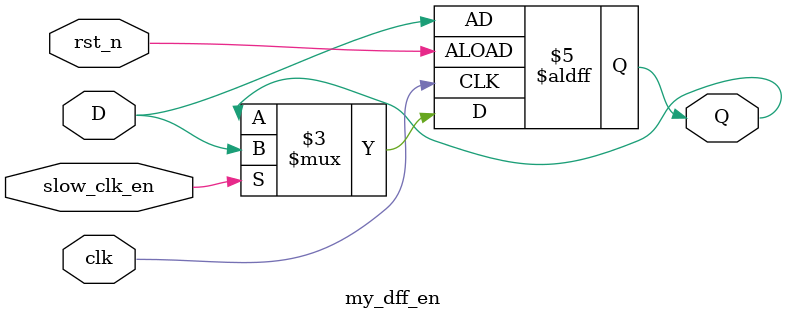
<source format=v>
`timescale 1ns / 1ps


module debounce0 #(
    parameter  DIV_TIMES = 100
    )(
    input           rst_n,
    input           pb_1,
    input           clk,
    output          pb_out
    );
wire slow_clk_en;
wire Q1,Q2,Q2_bar,Q0;

fre_div #(DIV_TIMES) u1(clk,slow_clk_en);

my_dff_en d0(rst_n,clk,slow_clk_en,pb_1,Q0);
my_dff_en d1(rst_n,clk,slow_clk_en,Q0,Q1);
my_dff_en d2(rst_n,clk,slow_clk_en,Q1,Q2);
assign pb_out = Q1 & ~Q2;
endmodule
// Slow clock enable for debouncing button 
module fre_div #(
    parameter  DIV_TIMES = 100              // 分频倍数，newP=oldP*DIV_TIMES

    )(
    input           iclk,
    output          oclk
    );
    reg [26:0]      counter=0;
    reg             rclk = 0;
    assign oclk = rclk;
    always @(posedge iclk) begin

            if (counter<DIV_TIMES-1)
                counter <= counter+1;
            else
                counter <= 0;
    end
    always @(posedge iclk) begin

            if (counter==DIV_TIMES-1)
                rclk <= ~rclk;
    end
endmodule
// D-flip-flop with clock enable signal for debouncing module 
module my_dff_en(
    input       rst_n,
    input       clk,
    input       slow_clk_en,
    input       D, 
    output reg  Q
);
    always @ (posedge clk or negedge rst_n) begin 
    if (~rst_n) Q<=D;
    else
        if (slow_clk_en)Q <= D;
    end
    
endmodule 


</source>
